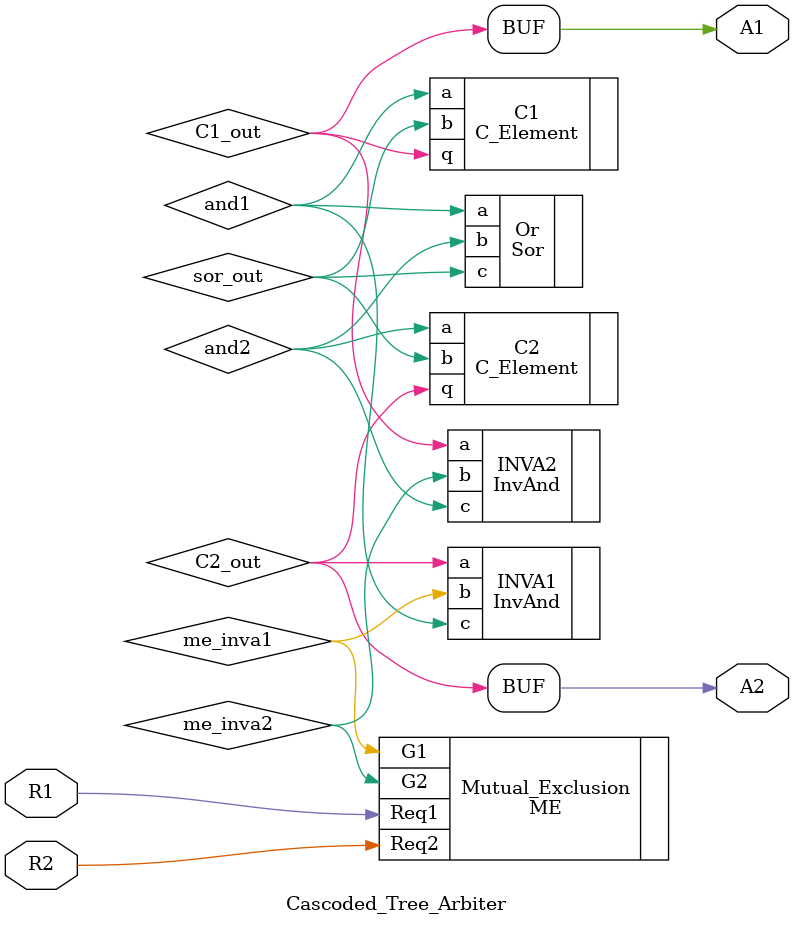
<source format=v>
`timescale 1ns / 1ps
module Cascoded_Tree_Arbiter(
    input R1,
    input R2,
 
    output A1,
    output A2
    
    );
	 
	 
	 wire me_inva1, me_inva2;
	 wire and1, and2;
	 wire sor_out, C1_out, C2_out;
	 
	 
	ME Mutual_Exclusion (
    .Req1(R1), 
    .Req2(R2), 
    .G1(me_inva1), 
    .G2(me_inva2)
    );


InvAnd INVA1 (
    .a(C2_out), 
    .b(me_inva1), 
    .c(and1)
    );
	 
	 
	 
	 InvAnd INVA2 (
    .a(C1_out), 
    .b(me_inva2), 
    .c(and2)
    );
	 
	 C_Element C1 (
    .a(and1), 
    .b(sor_out), 
    .q(C1_out)
    );
	 
	 
	 C_Element C2 (
    .a(and2), 
    .b(sor_out), 
    .q(C2_out)
    );
	
	
	Sor Or (
    .a(and1), 
    .b(and2), 
    .c(sor_out)
    );


assign
	A1 = C1_out,
	A2 = C2_out;
endmodule

</source>
